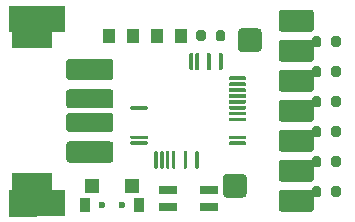
<source format=gbr>
%TF.GenerationSoftware,KiCad,Pcbnew,(5.1.9)-1*%
%TF.CreationDate,2022-11-25T13:08:51-06:00*%
%TF.ProjectId,pcb,7063622e-6b69-4636-9164-5f7063625858,rev?*%
%TF.SameCoordinates,Original*%
%TF.FileFunction,Soldermask,Top*%
%TF.FilePolarity,Negative*%
%FSLAX46Y46*%
G04 Gerber Fmt 4.6, Leading zero omitted, Abs format (unit mm)*
G04 Created by KiCad (PCBNEW (5.1.9)-1) date 2022-11-25 13:08:51*
%MOMM*%
%LPD*%
G01*
G04 APERTURE LIST*
%ADD10C,0.100000*%
%ADD11C,0.600000*%
%ADD12R,1.150000X1.300000*%
%ADD13R,0.900000X1.200000*%
%ADD14R,3.500000X2.500000*%
%ADD15R,1.600000X0.800000*%
%ADD16R,1.000000X1.250000*%
G04 APERTURE END LIST*
D10*
G36*
X129159000Y-110426500D02*
G01*
X124523500Y-110490000D01*
X124523500Y-108331000D01*
X129159000Y-108331000D01*
X129159000Y-110426500D01*
G37*
X129159000Y-110426500D02*
X124523500Y-110490000D01*
X124523500Y-108331000D01*
X129159000Y-108331000D01*
X129159000Y-110426500D01*
G36*
X129159000Y-94869000D02*
G01*
X124523500Y-94869000D01*
X124523500Y-92710000D01*
X129159000Y-92710000D01*
X129159000Y-94869000D01*
G37*
X129159000Y-94869000D02*
X124523500Y-94869000D01*
X124523500Y-92710000D01*
X129159000Y-92710000D01*
X129159000Y-94869000D01*
D11*
%TO.C,SW1*%
X134073000Y-109537500D03*
X132373000Y-109537500D03*
D12*
X134898000Y-107987500D03*
X131548000Y-107987500D03*
D13*
X135523000Y-109537500D03*
X130923000Y-109537500D03*
%TD*%
D14*
%TO.C,P2*%
X126449000Y-108170000D03*
X126449000Y-95030000D03*
G36*
G01*
X129623600Y-97200000D02*
X133094400Y-97200000D01*
G75*
G02*
X133359000Y-97464600I0J-264600D01*
G01*
X133359000Y-98735400D01*
G75*
G02*
X133094400Y-99000000I-264600J0D01*
G01*
X129623600Y-99000000D01*
G75*
G02*
X129359000Y-98735400I0J264600D01*
G01*
X129359000Y-97464600D01*
G75*
G02*
X129623600Y-97200000I264600J0D01*
G01*
G37*
G36*
G01*
X129594200Y-99800000D02*
X133123800Y-99800000D01*
G75*
G02*
X133359000Y-100035200I0J-235200D01*
G01*
X133359000Y-101164800D01*
G75*
G02*
X133123800Y-101400000I-235200J0D01*
G01*
X129594200Y-101400000D01*
G75*
G02*
X129359000Y-101164800I0J235200D01*
G01*
X129359000Y-100035200D01*
G75*
G02*
X129594200Y-99800000I235200J0D01*
G01*
G37*
G36*
G01*
X129594200Y-101800000D02*
X133123800Y-101800000D01*
G75*
G02*
X133359000Y-102035200I0J-235200D01*
G01*
X133359000Y-103164800D01*
G75*
G02*
X133123800Y-103400000I-235200J0D01*
G01*
X129594200Y-103400000D01*
G75*
G02*
X129359000Y-103164800I0J235200D01*
G01*
X129359000Y-102035200D01*
G75*
G02*
X129594200Y-101800000I235200J0D01*
G01*
G37*
G36*
G01*
X129623600Y-104200000D02*
X133094400Y-104200000D01*
G75*
G02*
X133359000Y-104464600I0J-264600D01*
G01*
X133359000Y-105735400D01*
G75*
G02*
X133094400Y-106000000I-264600J0D01*
G01*
X129623600Y-106000000D01*
G75*
G02*
X129359000Y-105735400I0J264600D01*
G01*
X129359000Y-104464600D01*
G75*
G02*
X129623600Y-104200000I264600J0D01*
G01*
G37*
%TD*%
%TO.C,J2*%
G36*
G01*
X145613000Y-96631000D02*
X144201000Y-96631000D01*
G75*
G02*
X143907000Y-96337000I0J294000D01*
G01*
X143907000Y-94925000D01*
G75*
G02*
X144201000Y-94631000I294000J0D01*
G01*
X145613000Y-94631000D01*
G75*
G02*
X145907000Y-94925000I0J-294000D01*
G01*
X145907000Y-96337000D01*
G75*
G02*
X145613000Y-96631000I-294000J0D01*
G01*
G37*
%TD*%
%TO.C,U1*%
G36*
G01*
X134800000Y-101425000D02*
X134800000Y-101275000D01*
G75*
G02*
X134875000Y-101200000I75000J0D01*
G01*
X136200000Y-101200000D01*
G75*
G02*
X136275000Y-101275000I0J-75000D01*
G01*
X136275000Y-101425000D01*
G75*
G02*
X136200000Y-101500000I-75000J0D01*
G01*
X134875000Y-101500000D01*
G75*
G02*
X134800000Y-101425000I0J75000D01*
G01*
G37*
G36*
G01*
X134800000Y-103925000D02*
X134800000Y-103775000D01*
G75*
G02*
X134875000Y-103700000I75000J0D01*
G01*
X136200000Y-103700000D01*
G75*
G02*
X136275000Y-103775000I0J-75000D01*
G01*
X136275000Y-103925000D01*
G75*
G02*
X136200000Y-104000000I-75000J0D01*
G01*
X134875000Y-104000000D01*
G75*
G02*
X134800000Y-103925000I0J75000D01*
G01*
G37*
G36*
G01*
X134800000Y-104425000D02*
X134800000Y-104275000D01*
G75*
G02*
X134875000Y-104200000I75000J0D01*
G01*
X136200000Y-104200000D01*
G75*
G02*
X136275000Y-104275000I0J-75000D01*
G01*
X136275000Y-104425000D01*
G75*
G02*
X136200000Y-104500000I-75000J0D01*
G01*
X134875000Y-104500000D01*
G75*
G02*
X134800000Y-104425000I0J75000D01*
G01*
G37*
G36*
G01*
X136800000Y-106425000D02*
X136800000Y-105100000D01*
G75*
G02*
X136875000Y-105025000I75000J0D01*
G01*
X137025000Y-105025000D01*
G75*
G02*
X137100000Y-105100000I0J-75000D01*
G01*
X137100000Y-106425000D01*
G75*
G02*
X137025000Y-106500000I-75000J0D01*
G01*
X136875000Y-106500000D01*
G75*
G02*
X136800000Y-106425000I0J75000D01*
G01*
G37*
G36*
G01*
X137300000Y-106425000D02*
X137300000Y-105100000D01*
G75*
G02*
X137375000Y-105025000I75000J0D01*
G01*
X137525000Y-105025000D01*
G75*
G02*
X137600000Y-105100000I0J-75000D01*
G01*
X137600000Y-106425000D01*
G75*
G02*
X137525000Y-106500000I-75000J0D01*
G01*
X137375000Y-106500000D01*
G75*
G02*
X137300000Y-106425000I0J75000D01*
G01*
G37*
G36*
G01*
X137800000Y-106425000D02*
X137800000Y-105100000D01*
G75*
G02*
X137875000Y-105025000I75000J0D01*
G01*
X138025000Y-105025000D01*
G75*
G02*
X138100000Y-105100000I0J-75000D01*
G01*
X138100000Y-106425000D01*
G75*
G02*
X138025000Y-106500000I-75000J0D01*
G01*
X137875000Y-106500000D01*
G75*
G02*
X137800000Y-106425000I0J75000D01*
G01*
G37*
G36*
G01*
X138300000Y-106425000D02*
X138300000Y-105100000D01*
G75*
G02*
X138375000Y-105025000I75000J0D01*
G01*
X138525000Y-105025000D01*
G75*
G02*
X138600000Y-105100000I0J-75000D01*
G01*
X138600000Y-106425000D01*
G75*
G02*
X138525000Y-106500000I-75000J0D01*
G01*
X138375000Y-106500000D01*
G75*
G02*
X138300000Y-106425000I0J75000D01*
G01*
G37*
G36*
G01*
X139300000Y-106425000D02*
X139300000Y-105100000D01*
G75*
G02*
X139375000Y-105025000I75000J0D01*
G01*
X139525000Y-105025000D01*
G75*
G02*
X139600000Y-105100000I0J-75000D01*
G01*
X139600000Y-106425000D01*
G75*
G02*
X139525000Y-106500000I-75000J0D01*
G01*
X139375000Y-106500000D01*
G75*
G02*
X139300000Y-106425000I0J75000D01*
G01*
G37*
G36*
G01*
X140300000Y-106425000D02*
X140300000Y-105100000D01*
G75*
G02*
X140375000Y-105025000I75000J0D01*
G01*
X140525000Y-105025000D01*
G75*
G02*
X140600000Y-105100000I0J-75000D01*
G01*
X140600000Y-106425000D01*
G75*
G02*
X140525000Y-106500000I-75000J0D01*
G01*
X140375000Y-106500000D01*
G75*
G02*
X140300000Y-106425000I0J75000D01*
G01*
G37*
G36*
G01*
X143125000Y-104425000D02*
X143125000Y-104275000D01*
G75*
G02*
X143200000Y-104200000I75000J0D01*
G01*
X144525000Y-104200000D01*
G75*
G02*
X144600000Y-104275000I0J-75000D01*
G01*
X144600000Y-104425000D01*
G75*
G02*
X144525000Y-104500000I-75000J0D01*
G01*
X143200000Y-104500000D01*
G75*
G02*
X143125000Y-104425000I0J75000D01*
G01*
G37*
G36*
G01*
X143125000Y-103925000D02*
X143125000Y-103775000D01*
G75*
G02*
X143200000Y-103700000I75000J0D01*
G01*
X144525000Y-103700000D01*
G75*
G02*
X144600000Y-103775000I0J-75000D01*
G01*
X144600000Y-103925000D01*
G75*
G02*
X144525000Y-104000000I-75000J0D01*
G01*
X143200000Y-104000000D01*
G75*
G02*
X143125000Y-103925000I0J75000D01*
G01*
G37*
G36*
G01*
X143125000Y-102425000D02*
X143125000Y-102275000D01*
G75*
G02*
X143200000Y-102200000I75000J0D01*
G01*
X144525000Y-102200000D01*
G75*
G02*
X144600000Y-102275000I0J-75000D01*
G01*
X144600000Y-102425000D01*
G75*
G02*
X144525000Y-102500000I-75000J0D01*
G01*
X143200000Y-102500000D01*
G75*
G02*
X143125000Y-102425000I0J75000D01*
G01*
G37*
G36*
G01*
X143125000Y-101925000D02*
X143125000Y-101775000D01*
G75*
G02*
X143200000Y-101700000I75000J0D01*
G01*
X144525000Y-101700000D01*
G75*
G02*
X144600000Y-101775000I0J-75000D01*
G01*
X144600000Y-101925000D01*
G75*
G02*
X144525000Y-102000000I-75000J0D01*
G01*
X143200000Y-102000000D01*
G75*
G02*
X143125000Y-101925000I0J75000D01*
G01*
G37*
G36*
G01*
X143125000Y-101425000D02*
X143125000Y-101275000D01*
G75*
G02*
X143200000Y-101200000I75000J0D01*
G01*
X144525000Y-101200000D01*
G75*
G02*
X144600000Y-101275000I0J-75000D01*
G01*
X144600000Y-101425000D01*
G75*
G02*
X144525000Y-101500000I-75000J0D01*
G01*
X143200000Y-101500000D01*
G75*
G02*
X143125000Y-101425000I0J75000D01*
G01*
G37*
G36*
G01*
X143125000Y-100925000D02*
X143125000Y-100775000D01*
G75*
G02*
X143200000Y-100700000I75000J0D01*
G01*
X144525000Y-100700000D01*
G75*
G02*
X144600000Y-100775000I0J-75000D01*
G01*
X144600000Y-100925000D01*
G75*
G02*
X144525000Y-101000000I-75000J0D01*
G01*
X143200000Y-101000000D01*
G75*
G02*
X143125000Y-100925000I0J75000D01*
G01*
G37*
G36*
G01*
X143125000Y-100425000D02*
X143125000Y-100275000D01*
G75*
G02*
X143200000Y-100200000I75000J0D01*
G01*
X144525000Y-100200000D01*
G75*
G02*
X144600000Y-100275000I0J-75000D01*
G01*
X144600000Y-100425000D01*
G75*
G02*
X144525000Y-100500000I-75000J0D01*
G01*
X143200000Y-100500000D01*
G75*
G02*
X143125000Y-100425000I0J75000D01*
G01*
G37*
G36*
G01*
X143125000Y-99925000D02*
X143125000Y-99775000D01*
G75*
G02*
X143200000Y-99700000I75000J0D01*
G01*
X144525000Y-99700000D01*
G75*
G02*
X144600000Y-99775000I0J-75000D01*
G01*
X144600000Y-99925000D01*
G75*
G02*
X144525000Y-100000000I-75000J0D01*
G01*
X143200000Y-100000000D01*
G75*
G02*
X143125000Y-99925000I0J75000D01*
G01*
G37*
G36*
G01*
X143125000Y-99425000D02*
X143125000Y-99275000D01*
G75*
G02*
X143200000Y-99200000I75000J0D01*
G01*
X144525000Y-99200000D01*
G75*
G02*
X144600000Y-99275000I0J-75000D01*
G01*
X144600000Y-99425000D01*
G75*
G02*
X144525000Y-99500000I-75000J0D01*
G01*
X143200000Y-99500000D01*
G75*
G02*
X143125000Y-99425000I0J75000D01*
G01*
G37*
G36*
G01*
X143125000Y-98925000D02*
X143125000Y-98775000D01*
G75*
G02*
X143200000Y-98700000I75000J0D01*
G01*
X144525000Y-98700000D01*
G75*
G02*
X144600000Y-98775000I0J-75000D01*
G01*
X144600000Y-98925000D01*
G75*
G02*
X144525000Y-99000000I-75000J0D01*
G01*
X143200000Y-99000000D01*
G75*
G02*
X143125000Y-98925000I0J75000D01*
G01*
G37*
G36*
G01*
X142300000Y-98100000D02*
X142300000Y-96775000D01*
G75*
G02*
X142375000Y-96700000I75000J0D01*
G01*
X142525000Y-96700000D01*
G75*
G02*
X142600000Y-96775000I0J-75000D01*
G01*
X142600000Y-98100000D01*
G75*
G02*
X142525000Y-98175000I-75000J0D01*
G01*
X142375000Y-98175000D01*
G75*
G02*
X142300000Y-98100000I0J75000D01*
G01*
G37*
G36*
G01*
X141300000Y-98100000D02*
X141300000Y-96775000D01*
G75*
G02*
X141375000Y-96700000I75000J0D01*
G01*
X141525000Y-96700000D01*
G75*
G02*
X141600000Y-96775000I0J-75000D01*
G01*
X141600000Y-98100000D01*
G75*
G02*
X141525000Y-98175000I-75000J0D01*
G01*
X141375000Y-98175000D01*
G75*
G02*
X141300000Y-98100000I0J75000D01*
G01*
G37*
G36*
G01*
X140300000Y-98100000D02*
X140300000Y-96775000D01*
G75*
G02*
X140375000Y-96700000I75000J0D01*
G01*
X140525000Y-96700000D01*
G75*
G02*
X140600000Y-96775000I0J-75000D01*
G01*
X140600000Y-98100000D01*
G75*
G02*
X140525000Y-98175000I-75000J0D01*
G01*
X140375000Y-98175000D01*
G75*
G02*
X140300000Y-98100000I0J75000D01*
G01*
G37*
G36*
G01*
X139800000Y-98100000D02*
X139800000Y-96775000D01*
G75*
G02*
X139875000Y-96700000I75000J0D01*
G01*
X140025000Y-96700000D01*
G75*
G02*
X140100000Y-96775000I0J-75000D01*
G01*
X140100000Y-98100000D01*
G75*
G02*
X140025000Y-98175000I-75000J0D01*
G01*
X139875000Y-98175000D01*
G75*
G02*
X139800000Y-98100000I0J75000D01*
G01*
G37*
%TD*%
D15*
%TO.C,D1*%
X137950000Y-108279500D03*
X137950000Y-109779500D03*
X141450000Y-108279500D03*
X141450000Y-109779500D03*
%TD*%
%TO.C,J1*%
G36*
G01*
X142637000Y-108656000D02*
X142637000Y-107244000D01*
G75*
G02*
X142931000Y-106950000I294000J0D01*
G01*
X144343000Y-106950000D01*
G75*
G02*
X144637000Y-107244000I0J-294000D01*
G01*
X144637000Y-108656000D01*
G75*
G02*
X144343000Y-108950000I-294000J0D01*
G01*
X142931000Y-108950000D01*
G75*
G02*
X142637000Y-108656000I0J294000D01*
G01*
G37*
%TD*%
%TO.C,RN1*%
G36*
G01*
X147623300Y-93030000D02*
X150064700Y-93030000D01*
G75*
G02*
X150344000Y-93309300I0J-279300D01*
G01*
X150344000Y-94650700D01*
G75*
G02*
X150064700Y-94930000I-279300J0D01*
G01*
X147623300Y-94930000D01*
G75*
G02*
X147344000Y-94650700I0J279300D01*
G01*
X147344000Y-93309300D01*
G75*
G02*
X147623300Y-93030000I279300J0D01*
G01*
G37*
G36*
G01*
X147623300Y-95570000D02*
X150064700Y-95570000D01*
G75*
G02*
X150344000Y-95849300I0J-279300D01*
G01*
X150344000Y-97190700D01*
G75*
G02*
X150064700Y-97470000I-279300J0D01*
G01*
X147623300Y-97470000D01*
G75*
G02*
X147344000Y-97190700I0J279300D01*
G01*
X147344000Y-95849300D01*
G75*
G02*
X147623300Y-95570000I279300J0D01*
G01*
G37*
G36*
G01*
X147623300Y-98110000D02*
X150064700Y-98110000D01*
G75*
G02*
X150344000Y-98389300I0J-279300D01*
G01*
X150344000Y-99730700D01*
G75*
G02*
X150064700Y-100010000I-279300J0D01*
G01*
X147623300Y-100010000D01*
G75*
G02*
X147344000Y-99730700I0J279300D01*
G01*
X147344000Y-98389300D01*
G75*
G02*
X147623300Y-98110000I279300J0D01*
G01*
G37*
G36*
G01*
X147623300Y-100650000D02*
X150064700Y-100650000D01*
G75*
G02*
X150344000Y-100929300I0J-279300D01*
G01*
X150344000Y-102270700D01*
G75*
G02*
X150064700Y-102550000I-279300J0D01*
G01*
X147623300Y-102550000D01*
G75*
G02*
X147344000Y-102270700I0J279300D01*
G01*
X147344000Y-100929300D01*
G75*
G02*
X147623300Y-100650000I279300J0D01*
G01*
G37*
G36*
G01*
X147623300Y-103190000D02*
X150064700Y-103190000D01*
G75*
G02*
X150344000Y-103469300I0J-279300D01*
G01*
X150344000Y-104810700D01*
G75*
G02*
X150064700Y-105090000I-279300J0D01*
G01*
X147623300Y-105090000D01*
G75*
G02*
X147344000Y-104810700I0J279300D01*
G01*
X147344000Y-103469300D01*
G75*
G02*
X147623300Y-103190000I279300J0D01*
G01*
G37*
G36*
G01*
X147623300Y-105730000D02*
X150064700Y-105730000D01*
G75*
G02*
X150344000Y-106009300I0J-279300D01*
G01*
X150344000Y-107350700D01*
G75*
G02*
X150064700Y-107630000I-279300J0D01*
G01*
X147623300Y-107630000D01*
G75*
G02*
X147344000Y-107350700I0J279300D01*
G01*
X147344000Y-106009300D01*
G75*
G02*
X147623300Y-105730000I279300J0D01*
G01*
G37*
G36*
G01*
X147623300Y-108270000D02*
X150064700Y-108270000D01*
G75*
G02*
X150344000Y-108549300I0J-279300D01*
G01*
X150344000Y-109890700D01*
G75*
G02*
X150064700Y-110170000I-279300J0D01*
G01*
X147623300Y-110170000D01*
G75*
G02*
X147344000Y-109890700I0J279300D01*
G01*
X147344000Y-108549300D01*
G75*
G02*
X147623300Y-108270000I279300J0D01*
G01*
G37*
%TD*%
D16*
%TO.C,C2*%
X134985000Y-95250000D03*
X132985000Y-95250000D03*
%TD*%
%TO.C,C3*%
G36*
G01*
X140380000Y-95525000D02*
X140380000Y-94975000D01*
G75*
G02*
X140580000Y-94775000I200000J0D01*
G01*
X140980000Y-94775000D01*
G75*
G02*
X141180000Y-94975000I0J-200000D01*
G01*
X141180000Y-95525000D01*
G75*
G02*
X140980000Y-95725000I-200000J0D01*
G01*
X140580000Y-95725000D01*
G75*
G02*
X140380000Y-95525000I0J200000D01*
G01*
G37*
G36*
G01*
X142030000Y-95525000D02*
X142030000Y-94975000D01*
G75*
G02*
X142230000Y-94775000I200000J0D01*
G01*
X142630000Y-94775000D01*
G75*
G02*
X142830000Y-94975000I0J-200000D01*
G01*
X142830000Y-95525000D01*
G75*
G02*
X142630000Y-95725000I-200000J0D01*
G01*
X142230000Y-95725000D01*
G75*
G02*
X142030000Y-95525000I0J200000D01*
G01*
G37*
%TD*%
%TO.C,C4*%
X139049000Y-95250000D03*
X137049000Y-95250000D03*
%TD*%
%TO.C,R1*%
G36*
G01*
X152609000Y-95483000D02*
X152609000Y-96033000D01*
G75*
G02*
X152409000Y-96233000I-200000J0D01*
G01*
X152009000Y-96233000D01*
G75*
G02*
X151809000Y-96033000I0J200000D01*
G01*
X151809000Y-95483000D01*
G75*
G02*
X152009000Y-95283000I200000J0D01*
G01*
X152409000Y-95283000D01*
G75*
G02*
X152609000Y-95483000I0J-200000D01*
G01*
G37*
G36*
G01*
X150959000Y-95483000D02*
X150959000Y-96033000D01*
G75*
G02*
X150759000Y-96233000I-200000J0D01*
G01*
X150359000Y-96233000D01*
G75*
G02*
X150159000Y-96033000I0J200000D01*
G01*
X150159000Y-95483000D01*
G75*
G02*
X150359000Y-95283000I200000J0D01*
G01*
X150759000Y-95283000D01*
G75*
G02*
X150959000Y-95483000I0J-200000D01*
G01*
G37*
%TD*%
%TO.C,R2*%
G36*
G01*
X150959000Y-98023000D02*
X150959000Y-98573000D01*
G75*
G02*
X150759000Y-98773000I-200000J0D01*
G01*
X150359000Y-98773000D01*
G75*
G02*
X150159000Y-98573000I0J200000D01*
G01*
X150159000Y-98023000D01*
G75*
G02*
X150359000Y-97823000I200000J0D01*
G01*
X150759000Y-97823000D01*
G75*
G02*
X150959000Y-98023000I0J-200000D01*
G01*
G37*
G36*
G01*
X152609000Y-98023000D02*
X152609000Y-98573000D01*
G75*
G02*
X152409000Y-98773000I-200000J0D01*
G01*
X152009000Y-98773000D01*
G75*
G02*
X151809000Y-98573000I0J200000D01*
G01*
X151809000Y-98023000D01*
G75*
G02*
X152009000Y-97823000I200000J0D01*
G01*
X152409000Y-97823000D01*
G75*
G02*
X152609000Y-98023000I0J-200000D01*
G01*
G37*
%TD*%
%TO.C,R3*%
G36*
G01*
X152609000Y-100563000D02*
X152609000Y-101113000D01*
G75*
G02*
X152409000Y-101313000I-200000J0D01*
G01*
X152009000Y-101313000D01*
G75*
G02*
X151809000Y-101113000I0J200000D01*
G01*
X151809000Y-100563000D01*
G75*
G02*
X152009000Y-100363000I200000J0D01*
G01*
X152409000Y-100363000D01*
G75*
G02*
X152609000Y-100563000I0J-200000D01*
G01*
G37*
G36*
G01*
X150959000Y-100563000D02*
X150959000Y-101113000D01*
G75*
G02*
X150759000Y-101313000I-200000J0D01*
G01*
X150359000Y-101313000D01*
G75*
G02*
X150159000Y-101113000I0J200000D01*
G01*
X150159000Y-100563000D01*
G75*
G02*
X150359000Y-100363000I200000J0D01*
G01*
X150759000Y-100363000D01*
G75*
G02*
X150959000Y-100563000I0J-200000D01*
G01*
G37*
%TD*%
%TO.C,R4*%
G36*
G01*
X150959000Y-103103000D02*
X150959000Y-103653000D01*
G75*
G02*
X150759000Y-103853000I-200000J0D01*
G01*
X150359000Y-103853000D01*
G75*
G02*
X150159000Y-103653000I0J200000D01*
G01*
X150159000Y-103103000D01*
G75*
G02*
X150359000Y-102903000I200000J0D01*
G01*
X150759000Y-102903000D01*
G75*
G02*
X150959000Y-103103000I0J-200000D01*
G01*
G37*
G36*
G01*
X152609000Y-103103000D02*
X152609000Y-103653000D01*
G75*
G02*
X152409000Y-103853000I-200000J0D01*
G01*
X152009000Y-103853000D01*
G75*
G02*
X151809000Y-103653000I0J200000D01*
G01*
X151809000Y-103103000D01*
G75*
G02*
X152009000Y-102903000I200000J0D01*
G01*
X152409000Y-102903000D01*
G75*
G02*
X152609000Y-103103000I0J-200000D01*
G01*
G37*
%TD*%
%TO.C,R5*%
G36*
G01*
X152609000Y-105643000D02*
X152609000Y-106193000D01*
G75*
G02*
X152409000Y-106393000I-200000J0D01*
G01*
X152009000Y-106393000D01*
G75*
G02*
X151809000Y-106193000I0J200000D01*
G01*
X151809000Y-105643000D01*
G75*
G02*
X152009000Y-105443000I200000J0D01*
G01*
X152409000Y-105443000D01*
G75*
G02*
X152609000Y-105643000I0J-200000D01*
G01*
G37*
G36*
G01*
X150959000Y-105643000D02*
X150959000Y-106193000D01*
G75*
G02*
X150759000Y-106393000I-200000J0D01*
G01*
X150359000Y-106393000D01*
G75*
G02*
X150159000Y-106193000I0J200000D01*
G01*
X150159000Y-105643000D01*
G75*
G02*
X150359000Y-105443000I200000J0D01*
G01*
X150759000Y-105443000D01*
G75*
G02*
X150959000Y-105643000I0J-200000D01*
G01*
G37*
%TD*%
%TO.C,R6*%
G36*
G01*
X150959000Y-108183000D02*
X150959000Y-108733000D01*
G75*
G02*
X150759000Y-108933000I-200000J0D01*
G01*
X150359000Y-108933000D01*
G75*
G02*
X150159000Y-108733000I0J200000D01*
G01*
X150159000Y-108183000D01*
G75*
G02*
X150359000Y-107983000I200000J0D01*
G01*
X150759000Y-107983000D01*
G75*
G02*
X150959000Y-108183000I0J-200000D01*
G01*
G37*
G36*
G01*
X152609000Y-108183000D02*
X152609000Y-108733000D01*
G75*
G02*
X152409000Y-108933000I-200000J0D01*
G01*
X152009000Y-108933000D01*
G75*
G02*
X151809000Y-108733000I0J200000D01*
G01*
X151809000Y-108183000D01*
G75*
G02*
X152009000Y-107983000I200000J0D01*
G01*
X152409000Y-107983000D01*
G75*
G02*
X152609000Y-108183000I0J-200000D01*
G01*
G37*
%TD*%
M02*

</source>
